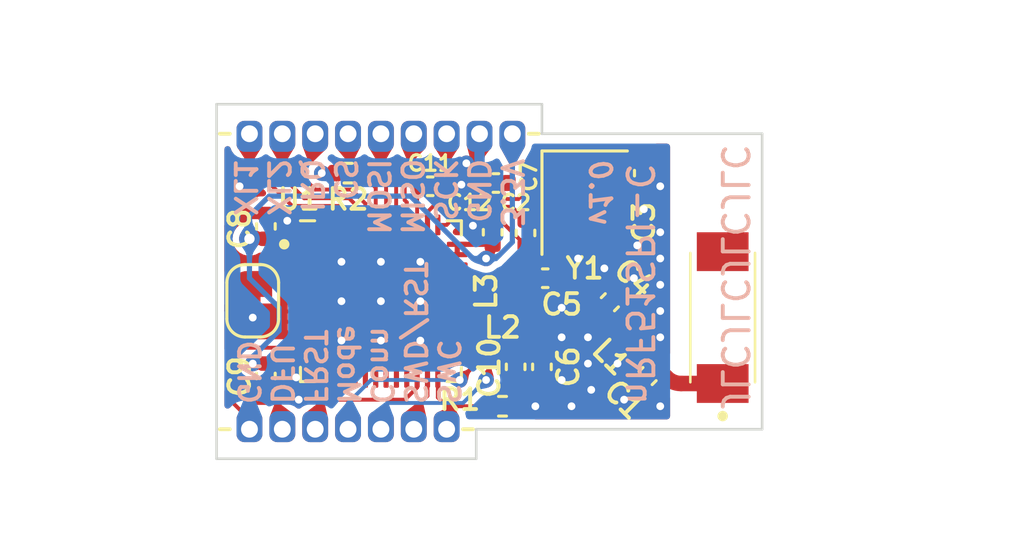
<source format=kicad_pcb>
(kicad_pcb (version 20221018) (generator pcbnew)
  (title_block (title "nRF51SPI-C") (rev "1.0"))
  (layers (0 "F.Cu" signal) (31 "B.Cu" signal) (34 "B.Paste" user) (35 "F.Paste" user) (36 "B.SilkS" user "B.Silkscreen") (37 "F.SilkS" user "F.Silkscreen") (38 "B.Mask" user) (39 "F.Mask" user) (44 "Edge.Cuts" user))
  (net 0 "")
  (net 1 "Net-(AE1-A)")
  (net 2 "Net-(U1-XC2)")
  (net 3 "GND")
  (net 4 "Net-(U1-XC1)")
  (net 5 "XL1")
  (net 6 "XL2")
  (net 7 "Net-(U1-DEC1)")
  (net 8 "Net-(U1-DEC2)")
  (net 9 "VDD")
  (net 10 "VDD_PA")
  (net 11 "Net-(U1-ANT1)")
  (net 12 "SCK")
  (net 13 "MISO")
  (net 14 "MOSI")
  (net 15 "CS")
  (net 16 "IRQ")
  (net 17 "DFU")
  (net 18 "SWDCLK")
  (net 19 "SWDIO{slash}~{RST}")
  (net 20 "Net-(U1-ANT2)")
  (net 21 "Net-(SB1-A)")
  (net 22 "FactoryRst")
  (net 23 "Mode")
  (net 24 "Connected")
  (net 45 "Net-(C4-Pad2)")
  (footprint "Inductor_SMD:L_0402_1005Metric" (layer "F.Cu") (at 149.250568 90.362167 135)
    (fp_text reference "L1" (at -0.025643 -0.959827 135) (layer "F.SilkS") (effects (font (size 0.8 0.8))))
    (fp_text value "3.3nH")
    (pad "1" smd roundrect (at -0.485 0 135) (size 0.59 0.64) (layers "F.Cu" "F.Paste" "F.Mask") (net 1 "Net-(AE1-A)"))
    (pad "2" smd roundrect (at 0.485 0 135) (size 0.59 0.64) (layers "F.Cu" "F.Paste" "F.Mask") (net 45 "Net-(C4-Pad2)"))
  )
  (footprint "Capacitor_SMD:C_0402_1005Metric" (layer "F.Cu") (at 144.018 86.233 90)
    (fp_text reference "C12" (at 1.143 -0.889 180) (layer "F.SilkS") (effects (font (size 0.6 0.6) (thickness 0.125) bold)))
    (fp_text value "1nF")
    (fp_line (start -0.107836 -0.36) (end 0.107836 -0.36) (stroke (width 0.12)) (layer "F.SilkS"))
    (fp_line (start -0.107836 0.36) (end 0.107836 0.36) (stroke (width 0.12)) (layer "F.SilkS"))
    (pad "1" smd roundrect (at -0.48 0 90) (size 0.56 0.62) (layers "F.Cu" "F.Paste" "F.Mask") (net 9 "VDD"))
    (pad "2" smd roundrect (at 0.48 0 90) (size 0.56 0.62) (layers "F.Cu" "F.Paste" "F.Mask") (net 3 "GND"))
  )
  (footprint "Capacitor_SMD:C_0402_1005Metric" (layer "F.Cu") (at 135.255 86.007 -90)
    (fp_text reference "C8" (at 0.099 1.016 90) (layer "F.SilkS") (effects (font (size 0.8 0.8))))
    (fp_text value "100nF")
    (fp_line (start -0.107836 -0.36) (end 0.107836 -0.36) (stroke (width 0.12)) (layer "F.SilkS"))
    (fp_line (start -0.107836 0.36) (end 0.107836 0.36) (stroke (width 0.12)) (layer "F.SilkS"))
    (pad "1" smd roundrect (at -0.48 0 270) (size 0.56 0.62) (layers "F.Cu" "F.Paste" "F.Mask") (net 3 "GND"))
    (pad "2" smd roundrect (at 0.48 0 270) (size 0.56 0.62) (layers "F.Cu" "F.Paste" "F.Mask") (net 9 "VDD"))
  )
  (footprint "Capacitor_SMD:C_0402_1005Metric" (layer "F.Cu") (at 135.255 91.793 90)
    (fp_text reference "C9" (at -0.028 -1.016 90) (layer "F.SilkS") (effects (font (size 0.8 0.8))))
    (fp_text value "100nF")
    (fp_line (start -0.107836 -0.36) (end 0.107836 -0.36) (stroke (width 0.12)) (layer "F.SilkS"))
    (fp_line (start -0.107836 0.36) (end 0.107836 0.36) (stroke (width 0.12)) (layer "F.SilkS"))
    (pad "1" smd roundrect (at -0.48 0 90) (size 0.56 0.62) (layers "F.Cu" "F.Paste" "F.Mask") (net 3 "GND"))
    (pad "2" smd roundrect (at 0.48 0 90) (size 0.56 0.62) (layers "F.Cu" "F.Paste" "F.Mask") (net 9 "VDD"))
  )
  (footprint "Resistor_SMD:R_0402_1005Metric" (layer "F.Cu") (at 144.399 92.964)
    (fp_text reference "R1" (at -1.651 -0.254) (layer "F.SilkS") (effects (font (size 0.8 0.8))))
    (fp_text value "1k")
    (fp_line (start -0.153641 -0.38) (end 0.153641 -0.38) (stroke (width 0.12)) (layer "F.SilkS"))
    (fp_line (start -0.153641 0.38) (end 0.153641 0.38) (stroke (width 0.12)) (layer "F.SilkS"))
    (pad "1" smd roundrect (at -0.51 0) (size 0.54 0.64) (layers "F.Cu" "F.Paste" "F.Mask") (net 18 "SWDCLK"))
    (pad "2" smd roundrect (at 0.51 0) (size 0.54 0.64) (layers "F.Cu" "F.Paste" "F.Mask") (net 3 "GND"))
  )
  (footprint "Jumper:SolderJumper-2_P1.3mm_Bridged_RoundedPad1.0x1.5mm" (layer "F.Cu") (at 134.747 88.885 -90)
    (fp_text reference "SB1" hide)
    (fp_text value "SolderJumper_2_Bridged")
    (fp_poly (pts (xy 0.25 -0.3) (xy -0.25 -0.3) (xy -0.25 0.3) (xy 0.25 0.3)) (fill solid) (layer "F.Cu"))
    (fp_line (start -1.4 0.3) (end -1.4 -0.3) (stroke (width 0.12)) (layer "F.SilkS"))
    (fp_line (start -0.7 -1) (end 0.7 -1) (stroke (width 0.12)) (layer "F.SilkS"))
    (fp_line (start 0.7 1) (end -0.7 1) (stroke (width 0.12)) (layer "F.SilkS"))
    (fp_line (start 1.4 -0.3) (end 1.4 0.3) (stroke (width 0.12)) (layer "F.SilkS"))
    (fp_arc (start -1.4 -0.3) (mid -1.194975 -0.794975) (end -0.7 -1) (stroke (width 0.12)) (layer "F.SilkS"))
    (fp_arc (start -0.7 1) (mid -1.194975 0.794975) (end -1.4 0.3) (stroke (width 0.12)) (layer "F.SilkS"))
    (fp_arc (start 0.7 -1) (mid 1.194975 -0.794975) (end 1.4 -0.3) (stroke (width 0.12)) (layer "F.SilkS"))
    (fp_arc (start 1.4 0.3) (mid 1.194975 0.794975) (end 0.7 1) (stroke (width 0.12)) (layer "F.SilkS"))
    (pad "1" smd custom (at -0.65 0 270) (size 1 0.5) (layers "F.Cu" "F.Mask") (net 21 "Net-(SB1-A)") (options (clearance outline) (anchor rect)) (primitives (gr_circle (center 0 0.25) (end 0.5 0.25) (width 0) (fill yes)) (gr_circle (center 0 -0.25) (end 0.5 -0.25) (width 0) (fill yes)) (gr_poly (pts (xy 0.5 0.75) (xy 0 0.75) (xy 0 -0.75) (xy 0.5 -0.75)) (width 0) (fill yes))))
    (pad "2" smd custom (at 0.65 0 270) (size 1 0.5) (layers "F.Cu" "F.Mask") (net 3 "GND") (options (clearance outline) (anchor rect)) (primitives (gr_circle (center 0 0.25) (end 0.5 0.25) (width 0) (fill yes)) (gr_circle (center 0 -0.25) (end 0.5 -0.25) (width 0) (fill yes)) (gr_poly (pts (xy 0 0.75) (xy -0.5 0.75) (xy -0.5 -0.75) (xy 0 -0.75)) (width 0) (fill yes))))
  )
  (footprint "nrf51_module:castellated_holes_1.27mm" (layer "F.Cu") (at 140.97 93.853 90)
    (fp_text reference "J11" hide)
    (fp_text value "Conn_01x01_Socket" hide)
    (pad "1" thru_hole roundrect (at 0 0 90) (size 1.2 1) (drill 0.65 (offset 0.1 0)) (layers "*.Cu" "*.Mask") (roundrect_rratio 0.3) (net 19 "SWDIO{slash}~{RST}"))
  )
  (footprint "nrf51_module:castellated_holes_1.27mm" (layer "F.Cu") (at 138.43 93.853 90)
    (fp_text reference "J13" hide)
    (fp_text value "Conn_01x01_Socket" hide)
    (pad "1" thru_hole roundrect (at 0 0 90) (size 1.2 1) (drill 0.65 (offset 0.1 0)) (layers "*.Cu" "*.Mask") (roundrect_rratio 0.3) (net 23 "Mode"))
  )
  (footprint "nrf51_module:castellated_holes_1.27mm" (layer "F.Cu") (at 142.24 82.423 -90)
    (fp_text reference "J4" hide)
    (fp_text value "Conn_01x01_Socket" hide)
    (pad "1" thru_hole roundrect (at 0 0 270) (size 1.2 1) (drill 0.65 (offset 0.1 0)) (layers "*.Cu" "*.Mask") (roundrect_rratio 0.3) (net 12 "SCK"))
  )
  (footprint "nrf51_module:AN2051-245" (layer "F.Cu") (at 152.908 89.535)
    (fp_text reference "AE1" hide)
    (fp_text value "Antenna")
    (fp_line (start -1.25 -2.5) (end -1.25 2.5) (stroke (width 0.1)) (layer "F.SilkS"))
    (fp_line (start 1.25 -2.5) (end 1.25 2.5) (stroke (width 0.1)) (layer "F.SilkS"))
    (pad "1" smd rect (at 0 2.55) (size 2 1.5) (layers "F.Cu" "F.Paste" "F.Mask") (net 1 "Net-(AE1-A)"))
    (pad "2" smd rect (at 0 -2.55) (size 2 1.5) (layers "F.Cu" "F.Paste" "F.Mask"))
  )
  (footprint "Capacitor_SMD:C_0402_1005Metric" (layer "F.Cu") (at 145.288 86.261 90)
    (fp_text reference "C2" (at 1.171 -0.381 180) (layer "F.SilkS") (effects (font (size 0.6 0.6) (thickness 0.125) bold)))
    (fp_text value "12pF")
    (fp_line (start -0.107836 -0.36) (end 0.107836 -0.36) (stroke (width 0.12)) (layer "F.SilkS"))
    (fp_line (start -0.107836 0.36) (end 0.107836 0.36) (stroke (width 0.12)) (layer "F.SilkS"))
    (pad "1" smd roundrect (at -0.48 0 90) (size 0.56 0.62) (layers "F.Cu" "F.Paste" "F.Mask") (net 3 "GND"))
    (pad "2" smd roundrect (at 0.48 0 90) (size 0.56 0.62) (layers "F.Cu" "F.Paste" "F.Mask") (net 4 "Net-(U1-XC1)"))
  )
  (footprint "nrf51_module:castellated_holes_1.27mm" (layer "F.Cu") (at 143.51 82.423 -90)
    (fp_text reference "J1" hide)
    (fp_text value "Conn_01x01_Socket" hide)
    (pad "1" thru_hole roundrect (at 0 0 270) (size 1.2 1) (drill 0.65 (offset 0.1 0)) (layers "*.Cu" "*.Mask") (roundrect_rratio 0.3) (net 3 "GND"))
  )
  (footprint "Inductor_SMD:L_0402_1005Metric" (layer "F.Cu") (at 145.542 89.535 -90)
    (fp_text reference "L2" (at 0.381 1.143 -180) (layer "F.SilkS") (effects (font (size 0.8 0.8))))
    (fp_text value "27nH")
    (pad "1" smd roundrect (at -0.485 0 270) (size 0.59 0.64) (layers "F.Cu" "F.Paste" "F.Mask") (net 11 "Net-(U1-ANT1)"))
    (pad "2" smd roundrect (at 0.485 0 270) (size 0.59 0.64) (layers "F.Cu" "F.Paste" "F.Mask") (net 10 "VDD_PA"))
  )
  (footprint "Capacitor_SMD:C_0402_1005Metric" (layer "F.Cu") (at 141.605 84.455 180)
    (fp_text reference "C11" (at 0 0.889) (layer "F.SilkS") (effects (font (size 0.6 0.6) (thickness 0.125) bold)))
    (fp_text value "100nF")
    (fp_line (start -0.107836 -0.36) (end 0.107836 -0.36) (stroke (width 0.12)) (layer "F.SilkS"))
    (fp_line (start -0.107836 0.36) (end 0.107836 0.36) (stroke (width 0.12)) (layer "F.SilkS"))
    (pad "1" smd roundrect (at -0.48 0 180) (size 0.56 0.62) (layers "F.Cu" "F.Paste" "F.Mask") (net 3 "GND"))
    (pad "2" smd roundrect (at 0.48 0 180) (size 0.56 0.62) (layers "F.Cu" "F.Paste" "F.Mask") (net 7 "Net-(U1-DEC1)"))
  )
  (footprint "Crystal:Crystal_SMD_3225-4Pin_3.2x2.5mm" (layer "F.Cu") (at 147.574 85.09 -90)
    (fp_text reference "Y1" (at 2.54 0 -180) (layer "F.SilkS") (effects (font (size 0.8 0.8))))
    (fp_text value "16MHz")
    (fp_line (start -2 -1.65) (end -2 1.65) (stroke (width 0.12)) (layer "F.SilkS"))
    (fp_line (start -2 1.65) (end 2 1.65) (stroke (width 0.12)) (layer "F.SilkS"))
    (pad "1" smd rect (at -1.1 0.85 270) (size 1.4 1.2) (layers "F.Cu" "F.Paste" "F.Mask") (net 2 "Net-(U1-XC2)"))
    (pad "2" smd rect (at 1.1 0.85 270) (size 1.4 1.2) (layers "F.Cu" "F.Paste" "F.Mask") (net 3 "GND"))
    (pad "3" smd rect (at 1.1 -0.85 270) (size 1.4 1.2) (layers "F.Cu" "F.Paste" "F.Mask") (net 4 "Net-(U1-XC1)"))
    (pad "4" smd rect (at -1.1 -0.85 270) (size 1.4 1.2) (layers "F.Cu" "F.Paste" "F.Mask") (net 3 "GND"))
  )
  (footprint "Capacitor_SMD:C_0402_1005Metric" (layer "F.Cu") (at 144.145 84.328)
    (fp_text reference "C7" (at 1.27 -0.254 -90) (layer "F.SilkS") (effects (font (size 0.6 0.6) (thickness 0.125) bold)))
    (fp_text value "1uF")
    (fp_line (start -0.107836 -0.36) (end 0.107836 -0.36) (stroke (width 0.12)) (layer "F.SilkS"))
    (fp_line (start -0.107836 0.36) (end 0.107836 0.36) (stroke (width 0.12)) (layer "F.SilkS"))
    (pad "1" smd roundrect (at -0.48 0) (size 0.56 0.62) (layers "F.Cu" "F.Paste" "F.Mask") (net 3 "GND"))
    (pad "2" smd roundrect (at 0.48 0) (size 0.56 0.62) (layers "F.Cu" "F.Paste" "F.Mask") (net 9 "VDD"))
  )
  (footprint "Resistor_SMD:R_0402_1005Metric" (layer "F.Cu") (at 138.43 83.947)
    (fp_text reference "R2" (at 0 1.016) (layer "F.SilkS") (effects (font (size 0.8 0.8))))
    (fp_text value "10k")
    (fp_line (start -0.153641 -0.38) (end 0.153641 -0.38) (stroke (width 0.12)) (layer "F.SilkS"))
    (fp_line (start -0.153641 0.38) (end 0.153641 0.38) (stroke (width 0.12)) (layer "F.SilkS"))
    (pad "1" smd roundrect (at -0.51 0) (size 0.54 0.64) (layers "F.Cu" "F.Paste" "F.Mask") (net 9 "VDD"))
    (pad "2" smd roundrect (at 0.51 0) (size 0.54 0.64) (layers "F.Cu" "F.Paste" "F.Mask") (net 15 "CS"))
  )
  (footprint "nrf51_module:castellated_holes_1.27mm" (layer "F.Cu") (at 137.16 82.423 -90)
    (fp_text reference "J8" hide)
    (fp_text value "Conn_01x01_Socket" hide)
    (pad "1" thru_hole roundrect (at 0 0 270) (size 1.2 1) (drill 0.65 (offset 0.1 0)) (layers "*.Cu" "*.Mask") (roundrect_rratio 0.3) (net 16 "IRQ"))
  )
  (footprint "nrf51_module:castellated_holes_1.27mm" (layer "F.Cu") (at 139.7 93.853 90)
    (fp_text reference "J12" hide)
    (fp_text value "Conn_01x01_Socket" hide)
    (pad "1" thru_hole roundrect (at 0 0 90) (size 1.2 1) (drill 0.65 (offset 0.1 0)) (layers "*.Cu" "*.Mask") (roundrect_rratio 0.3) (net 24 "Connected"))
  )
  (footprint "nrf51_module:castellated_holes_1.27mm" (layer "F.Cu") (at 137.16 93.853 90)
    (fp_text reference "J14" hide)
    (fp_text value "Conn_01x01_Socket" hide)
    (pad "1" thru_hole roundrect (at 0 0 90) (size 1.2 1) (drill 0.65 (offset 0.1 0)) (layers "*.Cu" "*.Mask") (roundrect_rratio 0.3) (net 22 "FactoryRst"))
  )
  (footprint "Inductor_SMD:L_0402_1005Metric" (layer "F.Cu") (at 144.526 88.519 -90)
    (fp_text reference "L3" (at 0 0.762 90) (layer "F.SilkS") (effects (font (size 0.8 0.8))))
    (fp_text value "4.7nH")
    (pad "1" smd roundrect (at -0.485 0 270) (size 0.59 0.64) (layers "F.Cu" "F.Paste" "F.Mask") (net 20 "Net-(U1-ANT2)"))
    (pad "2" smd roundrect (at 0.485 0 270) (size 0.59 0.64) (layers "F.Cu" "F.Paste" "F.Mask") (net 11 "Net-(U1-ANT1)"))
  )
  (footprint "nrf51_module:castellated_holes_1.27mm" (layer "F.Cu") (at 139.7 82.423 -90)
    (fp_text reference "J6" hide)
    (fp_text value "Conn_01x01_Socket" hide)
    (pad "1" thru_hole roundrect (at 0 0 270) (size 1.2 1) (drill 0.65 (offset 0.1 0)) (layers "*.Cu" "*.Mask") (roundrect_rratio 0.3) (net 14 "MOSI"))
  )
  (footprint "nrf51_module:castellated_holes_1.27mm" (layer "F.Cu") (at 144.78 82.423 -90)
    (fp_text reference "J3" hide)
    (fp_text value "Conn_01x01_Socket" hide)
    (pad "1" thru_hole roundrect (at 0 0 270) (size 1.2 1) (drill 0.65 (offset 0.1 0)) (layers "*.Cu" "*.Mask") (roundrect_rratio 0.3) (net 9 "VDD"))
  )
  (footprint "Capacitor_SMD:C_0402_1005Metric" (layer "F.Cu") (at 145.923 91.44 90)
    (fp_text reference "C6" (at 0 1.016 90) (layer "F.SilkS") (effects (font (size 0.8 0.8))))
    (fp_text value "2.2nF")
    (fp_line (start -0.107836 -0.36) (end 0.107836 -0.36) (stroke (width 0.12)) (layer "F.SilkS"))
    (fp_line (start -0.107836 0.36) (end 0.107836 0.36) (stroke (width 0.12)) (layer "F.SilkS"))
    (pad "1" smd roundrect (at -0.48 0 90) (size 0.56 0.62) (layers "F.Cu" "F.Paste" "F.Mask") (net 3 "GND"))
    (pad "2" smd roundrect (at 0.48 0 90) (size 0.56 0.62) (layers "F.Cu" "F.Paste" "F.Mask") (net 10 "VDD_PA"))
  )
  (footprint "nrf51_module:castellated_holes_1.27mm" (layer "F.Cu") (at 140.97 82.423 -90)
    (fp_text reference "J5" hide)
    (fp_text value "Conn_01x01_Socket" hide)
    (pad "1" thru_hole roundrect (at 0 0 270) (size 1.2 1) (drill 0.65 (offset 0.1 0)) (layers "*.Cu" "*.Mask") (roundrect_rratio 0.3) (net 13 "MISO"))
  )
  (footprint "Capacitor_SMD:C_0402_1005Metric" (layer "F.Cu") (at 146.05 88.011 180)
    (fp_text reference "C5" (at -0.635 -1.016) (layer "F.SilkS") (effects (font (size 0.8 0.8))))
    (fp_text value "3.9pF")
    (fp_line (start -0.107836 -0.36) (end 0.107836 -0.36) (stroke (width 0.12)) (layer "F.SilkS"))
    (fp_line (start -0.107836 0.36) (end 0.107836 0.36) (stroke (width 0.12)) (layer "F.SilkS"))
    (pad "1" smd roundrect (at -0.48 0 180) (size 0.56 0.62) (layers "F.Cu" "F.Paste" "F.Mask") (net 45 "Net-(C4-Pad2)"))
    (pad "2" smd roundrect (at 0.48 0 180) (size 0.56 0.62) (layers "F.Cu" "F.Paste" "F.Mask") (net 20 "Net-(U1-ANT2)"))
  )
  (footprint "nrf51_module:castellated_holes_1.27mm" (layer "F.Cu") (at 135.89 93.853 90)
    (fp_text reference "J15" hide)
    (fp_text value "Conn_01x01_Socket" hide)
    (pad "1" thru_hole roundrect (at 0 0 90) (size 1.2 1) (drill 0.65 (offset 0.1 0)) (layers "*.Cu" "*.Mask") (roundrect_rratio 0.3) (net 17 "DFU"))
  )
  (footprint "nrf51_module:castellated_holes_1.27mm" (layer "F.Cu") (at 135.89 82.423 -90)
    (fp_text reference "J9" hide)
    (fp_text value "Conn_01x01_Socket" hide)
    (pad "1" thru_hole roundrect (at 0 0 270) (size 1.2 1) (drill 0.65 (offset 0.1 0)) (layers "*.Cu" "*.Mask") (roundrect_rratio 0.3) (net 6 "XL2"))
  )
  (footprint "Capacitor_SMD:C_0402_1005Metric" (layer "F.Cu") (at 150.005051 91.795472 45)
    (fp_text reference "C1" (at -1.288051 0.005287 135) (layer "F.SilkS") (effects (font (size 0.8 0.8))))
    (fp_text value "1.5pF")
    (fp_line (start -0.107836 -0.36) (end 0.107836 -0.36) (stroke (width 0.12)) (layer "F.SilkS"))
    (fp_line (start -0.107836 0.36) (end 0.107836 0.36) (stroke (width 0.12)) (layer "F.SilkS"))
    (pad "1" smd roundrect (at -0.48 0 45) (size 0.56 0.62) (layers "F.Cu" "F.Paste" "F.Mask") (net 3 "GND"))
    (pad "2" smd roundrect (at 0.48 0 45) (size 0.56 0.62) (layers "F.Cu" "F.Paste" "F.Mask") (net 1 "Net-(AE1-A)"))
  )
  (footprint "Capacitor_SMD:C_0402_1005Metric" (layer "F.Cu") (at 149.86 83.947 -90)
    (fp_text reference "C3" (at 1.905 0 90) (layer "F.SilkS") (effects (font (size 0.8 0.8))))
    (fp_text value "12pF")
    (fp_line (start -0.107836 -0.36) (end 0.107836 -0.36) (stroke (width 0.12)) (layer "F.SilkS"))
    (fp_line (start -0.107836 0.36) (end 0.107836 0.36) (stroke (width 0.12)) (layer "F.SilkS"))
    (pad "1" smd roundrect (at -0.48 0 270) (size 0.56 0.62) (layers "F.Cu" "F.Paste" "F.Mask") (net 2 "Net-(U1-XC2)"))
    (pad "2" smd roundrect (at 0.48 0 270) (size 0.56 0.62) (layers "F.Cu" "F.Paste" "F.Mask") (net 3 "GND"))
  )
  (footprint "nrf51_module:castellated_holes_1.27mm" (layer "F.Cu") (at 142.24 93.853 90)
    (fp_text reference "J2" hide)
    (fp_text value "Conn_01x01_Socket" hide)
    (pad "1" thru_hole roundrect (at 0 0 90) (size 1.2 1) (drill 0.65 (offset 0.1 0)) (layers "*.Cu" "*.Mask") (roundrect_rratio 0.3) (net 18 "SWDCLK"))
  )
  (footprint "Capacitor_SMD:C_0402_1005Metric" (layer "F.Cu") (at 144.907 91.44 90)
    (fp_text reference "C10" (at -0.036885 -1.021169 90) (layer "F.SilkS") (effects (font (size 0.8 0.8))))
    (fp_text value "47nF")
    (fp_line (start -0.107836 -0.36) (end 0.107836 -0.36) (stroke (width 0.12)) (layer "F.SilkS"))
    (fp_line (start -0.107836 0.36) (end 0.107836 0.36) (stroke (width 0.12)) (layer "F.SilkS"))
    (pad "1" smd roundrect (at -0.48 0 90) (size 0.56 0.62) (layers "F.Cu" "F.Paste" "F.Mask") (net 3 "GND"))
    (pad "2" smd roundrect (at 0.48 0 90) (size 0.56 0.62) (layers "F.Cu" "F.Paste" "F.Mask") (net 8 "Net-(U1-DEC2)"))
  )
  (footprint "nrf51_module:castellated_holes_1.27mm" (layer "F.Cu") (at 138.43 82.423 -90)
    (fp_text reference "J7" hide)
    (fp_text value "Conn_01x01_Socket" hide)
    (pad "1" thru_hole roundrect (at 0 0 270) (size 1.2 1) (drill 0.65 (offset 0.1 0)) (layers "*.Cu" "*.Mask") (roundrect_rratio 0.3) (net 15 "CS"))
  )
  (footprint "nrf51_module:castellated_holes_1.27mm" (layer "F.Cu") (at 134.62 93.853 90)
    (fp_text reference "J16" hide)
    (fp_text value "Conn_01x01_Socket" hide)
    (pad "1" thru_hole roundrect (at 0 0 90) (size 1.2 1) (drill 0.65 (offset 0.1 0)) (layers "*.Cu" "*.Mask") (roundrect_rratio 0.3) (net 3 "GND"))
  )
  (footprint "Capacitor_SMD:C_0402_1005Metric" (layer "F.Cu") (at 148.548411 88.941589 -135)
    (fp_text reference "C4" (at -1.316052 0 -225) (layer "F.SilkS") (effects (font (size 0.8 0.8))))
    (fp_text value "1.0pF")
    (fp_line (start -0.107836 -0.36) (end 0.107836 -0.36) (stroke (width 0.12)) (layer "F.SilkS"))
    (fp_line (start -0.107836 0.36) (end 0.107836 0.36) (stroke (width 0.12)) (layer "F.SilkS"))
    (pad "1" smd roundrect (at -0.48 0 225) (size 0.56 0.62) (layers "F.Cu" "F.Paste" "F.Mask") (net 3 "GND"))
    (pad "2" smd roundrect (at 0.48 0 225) (size 0.56 0.62) (layers "F.Cu" "F.Paste" "F.Mask") (net 45 "Net-(C4-Pad2)"))
  )
  (footprint "Package_DFN_QFN:QFN-48-1EP_6x6mm_P0.4mm_EP4.6x4.6mm" (layer "F.Cu") (at 139.7 88.9)
    (fp_text reference "U1" (at -3.175 -3.937) (layer "F.SilkS") (effects (font (size 0.8 0.8))))
    (fp_text value "nRF51x22-QFxx")
    (fp_line (start -3.11 3.11) (end -3.11 2.56) (stroke (width 0.12)) (layer "F.SilkS"))
    (fp_line (start -2.56 -3.11) (end -3.11 -3.11) (stroke (width 0.12)) (layer "F.SilkS"))
    (fp_line (start -2.56 3.11) (end -3.11 3.11) (stroke (width 0.12)) (layer "F.SilkS"))
    (fp_line (start 2.56 -3.11) (end 3.11 -3.11) (stroke (width 0.12)) (layer "F.SilkS"))
    (fp_line (start 2.56 3.11) (end 3.11 3.11) (stroke (width 0.12)) (layer "F.SilkS"))
    (fp_line (start 3.11 -3.11) (end 3.11 -2.56) (stroke (width 0.12)) (layer "F.SilkS"))
    (fp_line (start 3.11 3.11) (end 3.11 2.56) (stroke (width 0.12)) (layer "F.SilkS"))
    (pad "1" smd roundrect locked (at -2.95 -2.2) (size 0.8 0.2) (layers "F.Cu" "F.Paste" "F.Mask") (net 9 "VDD"))
    (pad "2" smd roundrect locked (at -2.95 -1.8) (size 0.8 0.2) (layers "F.Cu" "F.Paste" "F.Mask"))
    (pad "3" smd roundrect locked (at -2.95 -1.4) (size 0.8 0.2) (layers "F.Cu" "F.Paste" "F.Mask") (net 21 "Net-(SB1-A)"))
    (pad "4" smd roundrect locked (at -2.95 -1) (size 0.8 0.2) (layers "F.Cu" "F.Paste" "F.Mask"))
    (pad "5" smd roundrect locked (at -2.95 -0.6) (size 0.8 0.2) (layers "F.Cu" "F.Paste" "F.Mask"))
    (pad "6" smd roundrect locked (at -2.95 -0.2) (size 0.8 0.2) (layers "F.Cu" "F.Paste" "F.Mask"))
    (pad "7" smd roundrect locked (at -2.95 0.2) (size 0.8 0.2) (layers "F.Cu" "F.Paste" "F.Mask"))
    (pad "8" smd roundrect locked (at -2.95 0.6) (size 0.8 0.2) (layers "F.Cu" "F.Paste" "F.Mask"))
    (pad "9" smd roundrect locked (at -2.95 1) (size 0.8 0.2) (layers "F.Cu" "F.Paste" "F.Mask"))
    (pad "10" smd roundrect locked (at -2.95 1.4) (size 0.8 0.2) (layers "F.Cu" "F.Paste" "F.Mask"))
    (pad "11" smd roundrect locked (at -2.95 1.8) (size 0.8 0.2) (layers "F.Cu" "F.Paste" "F.Mask") (net 17 "DFU"))
    (pad "12" smd roundrect locked (at -2.95 2.2) (size 0.8 0.2) (layers "F.Cu" "F.Paste" "F.Mask") (net 9 "VDD"))
    (pad "13" smd roundrect locked (at -2.2 2.95) (size 0.2 0.8) (layers "F.Cu" "F.Paste" "F.Mask") (net 3 "GND"))
    (pad "14" smd roundrect locked (at -1.8 2.95) (size 0.2 0.8) (layers "F.Cu" "F.Paste" "F.Mask"))
    (pad "15" smd roundrect locked (at -1.4 2.95) (size 0.2 0.8) (layers "F.Cu" "F.Paste" "F.Mask"))
    (pad "16" smd roundrect locked (at -1 2.95) (size 0.2 0.8) (layers "F.Cu" "F.Paste" "F.Mask"))
    (pad "17" smd roundrect locked (at -0.6 2.95) (size 0.2 0.8) (layers "F.Cu" "F.Paste" "F.Mask"))
    (pad "18" smd roundrect locked (at -0.2 2.95) (size 0.2 0.8) (layers "F.Cu" "F.Paste" "F.Mask"))
    (pad "19" smd roundrect locked (at 0.2 2.95) (size 0.2 0.8) (layers "F.Cu" "F.Paste" "F.Mask"))
    (pad "20" smd roundrect locked (at 0.6 2.95) (size 0.2 0.8) (layers "F.Cu" "F.Paste" "F.Mask"))
    (pad "21" smd roundrect locked (at 1 2.95) (size 0.2 0.8) (layers "F.Cu" "F.Paste" "F.Mask"))
    (pad "22" smd roundrect locked (at 1.4 2.95) (size 0.2 0.8) (layers "F.Cu" "F.Paste" "F.Mask") (net 22 "FactoryRst"))
    (pad "23" smd roundrect locked (at 1.8 2.95) (size 0.2 0.8) (layers "F.Cu" "F.Paste" "F.Mask") (net 19 "SWDIO{slash}~{RST}"))
    (pad "24" smd roundrect locked (at 2.2 2.95) (size 0.2 0.8) (layers "F.Cu" "F.Paste" "F.Mask") (net 18 "SWDCLK"))
    (pad "25" smd roundrect locked (at 2.95 2.2) (size 0.8 0.2) (layers "F.Cu" "F.Paste" "F.Mask"))
    (pad "26" smd roundrect locked (at 2.95 1.8) (size 0.8 0.2) (layers "F.Cu" "F.Paste" "F.Mask") (net 23 "Mode"))
    (pad "27" smd roundrect locked (at 2.95 1.4) (size 0.8 0.2) (layers "F.Cu" "F.Paste" "F.Mask") (net 24 "Connected"))
    (pad "28" smd roundrect locked (at 2.95 1) (size 0.8 0.2) (layers "F.Cu" "F.Paste" "F.Mask"))
    (pad "29" smd roundrect locked (at 2.95 0.6) (size 0.8 0.2) (layers "F.Cu" "F.Paste" "F.Mask") (net 8 "Net-(U1-DEC2)"))
    (pad "30" smd roundrect locked (at 2.95 0.2) (size 0.8 0.2) (layers "F.Cu" "F.Paste" "F.Mask") (net 10 "VDD_PA"))
    (pad "31" smd roundrect locked (at 2.95 -0.2) (size 0.8 0.2) (layers "F.Cu" "F.Paste" "F.Mask") (net 11 "Net-(U1-ANT1)"))
    (pad "32" smd roundrect locked (at 2.95 -0.6) (size 0.8 0.2) (layers "F.Cu" "F.Paste" "F.Mask") (net 20 "Net-(U1-ANT2)"))
    (pad "33" smd roundrect locked (at 2.95 -1) (size 0.8 0.2) (layers "F.Cu" "F.Paste" "F.Mask") (net 3 "GND"))
    (pad "34" smd roundrect locked (at 2.95 -1.4) (size 0.8 0.2) (layers "F.Cu" "F.Paste" "F.Mask") (net 3 "GND"))
    (pad "35" smd roundrect locked (at 2.95 -1.8) (size 0.8 0.2) (layers "F.Cu" "F.Paste" "F.Mask") (net 9 "VDD"))
    (pad "36" smd roundrect locked (at 2.95 -2.2) (size 0.8 0.2) (layers "F.Cu" "F.Paste" "F.Mask") (net 9 "VDD"))
    (pad "37" smd roundrect locked (at 2.2 -2.95) (size 0.2 0.8) (layers "F.Cu" "F.Paste" "F.Mask") (net 4 "Net-(U1-XC1)"))
    (pad "38" smd roundrect locked (at 1.8 -2.95) (size 0.2 0.8) (layers "F.Cu" "F.Paste" "F.Mask") (net 2 "Net-(U1-XC2)"))
    (pad "39" smd roundrect locked (at 1.4 -2.95) (size 0.2 0.8) (layers "F.Cu" "F.Paste" "F.Mask") (net 7 "Net-(U1-DEC1)"))
    (pad "40" smd roundrect locked (at 1 -2.95) (size 0.2 0.8) (layers "F.Cu" "F.Paste" "F.Mask") (net 12 "SCK"))
    (pad "41" smd roundrect locked (at 0.6 -2.95) (size 0.2 0.8) (layers "F.Cu" "F.Paste" "F.Mask") (net 13 "MISO"))
    (pad "42" smd roundrect locked (at 0.2 -2.95) (size 0.2 0.8) (layers "F.Cu" "F.Paste" "F.Mask") (net 14 "MOSI"))
    (pad "43" smd roundrect locked (at -0.2 -2.95) (size 0.2 0.8) (layers "F.Cu" "F.Paste" "F.Mask") (net 15 "CS"))
    (pad "44" smd roundrect locked (at -0.6 -2.95) (size 0.2 0.8) (layers "F.Cu" "F.Paste" "F.Mask") (net 16 "IRQ"))
    (pad "45" smd roundrect locked (at -1 -2.95) (size 0.2 0.8) (layers "F.Cu" "F.Paste" "F.Mask") (net 6 "XL2"))
    (pad "46" smd roundrect locked (at -1.4 -2.95) (size 0.2 0.8) (layers "F.Cu" "F.Paste" "F.Mask") (net 5 "XL1"))
    (pad "47" smd roundrect locked (at -1.8 -2.95) (size 0.2 0.8) (layers "F.Cu" "F.Paste" "F.Mask"))
    (pad "48" smd roundrect locked (at -2.2 -2.95) (size 0.2 0.8) (layers "F.Cu" "F.Paste" "F.Mask"))
    (pad "49" smd rect locked (at 0 0) (size 4.6 4.6) (layers "F.Cu" "F.Mask") (net 3 "GND"))
  )
  (footprint "nrf51_module:castellated_holes_1.27mm" (layer "F.Cu") (at 134.62 82.423 -90)
    (fp_text reference "J10" hide)
    (fp_text value "Conn_01x01_Socket" hide)
    (pad "1" thru_hole roundrect (at 0 0 270) (size 1.2 1) (drill 0.65 (offset 0.1 0)) (layers "*.Cu" "*.Mask") (roundrect_rratio 0.3) (net 5 "XL1"))
  )
  (gr_line (start 145.796 82.423) (end 145.415 82.423) (stroke (width 0.15)) (layer "F.SilkS"))
  (gr_line (start 133.477 82.423) (end 133.858 82.423) (stroke (width 0.15)) (layer "F.SilkS"))
  (gr_circle (center 135.962607 86.69845) (end 136.089607 86.69845) (stroke (width 0.15)) (fill solid) (layer "F.SilkS"))
  (gr_line (start 133.477 93.853) (end 133.858 93.853) (stroke (width 0.15)) (layer "F.SilkS"))
  (gr_line (start 143.256 93.853) (end 142.875 93.853) (stroke (width 0.15)) (layer "F.SilkS"))
  (gr_circle (center 152.908 93.345) (end 153.035 93.345) (stroke (width 0.15)) (fill solid) (layer "F.SilkS"))
  (gr_line (start 133.35 81.28) (end 133.35 94.996) (stroke (width 0.1)) (layer "Edge.Cuts"))
  (gr_line (start 143.383 94.996) (end 133.35 94.996) (stroke (width 0.1)) (layer "Edge.Cuts"))
  (gr_line (start 145.923 82.423) (end 145.923 81.28) (stroke (width 0.1)) (layer "Edge.Cuts"))
  (gr_line (start 145.923 82.423) (end 154.432 82.423) (stroke (width 0.1)) (layer "Edge.Cuts"))
  (gr_line (start 154.432 82.423) (end 154.432 93.853) (stroke (width 0.1)) (layer "Edge.Cuts"))
  (gr_line (start 143.383 93.853) (end 154.432 93.853) (stroke (width 0.1)) (layer "Edge.Cuts"))
  (gr_line (start 143.383 93.853) (end 143.383 94.996) (stroke (width 0.1)) (layer "Edge.Cuts"))
  (gr_line (start 145.923 81.28) (end 133.35 81.28) (stroke (width 0.1)) (layer "Edge.Cuts"))
  (gr_text "SWC\nSWD/RST\nConn\nMode\nFRST\nDFU\nGND" (at 134.112 92.964 -90) (layer "B.SilkS") (effects (font (size 0.8 0.8)) (justify left bottom mirror)))
  (gr_text "3.3V\nGND\nSCK\nMISO\nMOSI\nCS\nIRQ\nXL2\nXL1" (at 133.985 83.312 270) (layer "B.SilkS") (effects (font (size 0.8 0.8)) (justify right bottom mirror)))
  (gr_text "JLCJLCJLCJLC" (at 152.781 93.218 -90) (layer "B.SilkS") (effects (font (size 1 1)) (justify left bottom mirror)))
  (gr_text "${TITLE}" (at 149.098 93.004095 -90) (layer "B.SilkS") (effects (font (size 1 1)) (justify left bottom mirror)))
  (gr_text "v${REVISION}" (at 147.701 86.106 270) (layer "B.SilkS") (effects (font (size 0.8 0.8) (thickness 0.15) italic) (justify left bottom mirror)))
  (segment (start 150.344462 91.456061) (end 150.739087 91.850686) (width 0.6) (layer "F.Cu") (net 1))
  (segment (start 151.304772 92.085) (end 152.908 92.085) (width 0.6) (layer "F.Cu") (net 1))
  (segment (start 149.593515 90.705114) (end 150.344462 91.456061) (width 0.4) (layer "F.Cu") (net 1))
  (arc (start 151.304772 92.085) (mid 150.998626 92.024104) (end 150.739087 91.850686) (width 0.6) (layer "F.Cu") (net 1))
  (segment (start 147.656 83.058) (end 149.451 83.058) (width 0.15) (layer "F.Cu") (net 2))
  (segment (start 141.5 85.449) (end 141.732 85.217) (width 0.15) (layer "F.Cu") (net 2))
  (segment (start 146.724 83.99) (end 147.656 83.058) (width 0.15) (layer "F.Cu") (net 2))
  (segment (start 149.451 83.058) (end 149.86 83.467) (width 0.15) (layer "F.Cu") (net 2))
  (segment (start 141.732 85.217) (end 142.367 85.217) (width 0.15) (layer "F.Cu") (net 2))
  (segment (start 145.974 83.99) (end 146.724 83.99) (width 0.15) (layer "F.Cu") (net 2))
  (segment (start 141.5 85.95) (end 141.5 85.449) (width 0.15) (layer "F.Cu") (net 2))
  (segment (start 142.367 85.217) (end 142.636 84.948) (width 0.15) (layer "F.Cu") (net 2))
  (segment (start 142.636 84.948) (end 145.016 84.948) (width 0.15) (layer "F.Cu") (net 2))
  (segment (start 145.016 84.948) (end 145.974 83.99) (width 0.15) (layer "F.Cu") (net 2))
  (segment (start 135.819 85.527) (end 135.255 85.527) (width 0.15) (layer "F.Cu") (net 3))
  (segment (start 136.0805 85.7885) (end 135.819 85.527) (width 0.15) (layer "F.Cu") (net 3))
  (segment (start 142.65 87.5) (end 141.348 87.5) (width 0.15) (layer "F.Cu") (net 3))
  (segment (start 136.623 91.85) (end 137.5 91.85) (width 0.2) (layer "F.Cu") (net 3))
  (segment (start 144.909 92.964) (end 145.669 92.964) (width 0.15) (layer "F.Cu") (net 3))
  (segment (start 138.176 90.424) (end 139.7 88.9) (width 0.15) (layer "F.Cu") (net 3))
  (segment (start 136.004 92.273) (end 135.255 92.273) (width 0.2) (layer "F.Cu") (net 3))
  (segment (start 133.731 89.789) (end 133.985 89.535) (width 0.15) (layer "F.Cu") (net 3))
  (segment (start 137.5 91.1) (end 138.176 90.424) (width 0.15) (layer "F.Cu") (net 3))
  (segment (start 140.7 87.9) (end 139.7 88.9) (width 0.15) (layer "F.Cu") (net 3))
  (segment (start 149.66564 92.14236) (end 149.098 92.71) (width 0.25) (layer "F.Cu") (net 3))
  (segment (start 144.907 91.92) (end 144.907 92.962) (width 0.15) (layer "F.Cu") (net 3))
  (segment (start 147.32 86.786) (end 146.724 86.19) (width 0.15) (layer "F.Cu") (net 3))
  (segment (start 144.3 85.753) (end 145.288 86.741) (width 0.15) (layer "F.Cu") (net 3))
  (segment (start 142.65 87.9) (end 141.748 87.9) (width 0.15) (layer "F.Cu") (net 3))
  (segment (start 148.887822 88.602178) (end 149.479 88.011) (width 0.25) (layer "F.Cu") (net 3))
  (segment (start 134.747 89.535) (end 133.985 89.535) (width 0.15) (layer "F.Cu") (net 3))
  (segment (start 142.085 84.455) (end 142.748 84.455) (width 0.25) (layer "F.Cu") (net 3))
  (segment (start 134.183 85.527) (end 135.255 85.527) (width 0.15) (layer "F.Cu") (net 3))
  (segment (start 145.288 86.741) (end 145.839 86.19) (width 0.15) (layer "F.Cu") (net 3))
  (segment (start 149.66564 92.134883) (end 149.66564 92.14236) (width 0.15) (layer "F.Cu") (net 3))
  (segment (start 145.839 86.19) (end 146.724 86.19) (width 0.15) (layer "F.Cu") (net 3))
  (segment (start 144.018 85.753) (end 144.3 85.753) (width 0.15) (layer "F.Cu") (net 3))
  (segment (start 141.224 87.376) (end 141.1 87.5) (width 0.15) (layer "F.Cu") (net 3))
  (segment (start 148.861 84.427) (end 148.424 83.99) (width 0.15) (layer "F.Cu") (net 3))
  (segment (start 143.482 85.753) (end 144.018 85.753) (width 0.15) (layer "F.Cu") (net 3))
  (segment (start 145.923 91.92) (end 146.657 91.92) (width 0.15) (layer "F.Cu") (net 3))
  (segment (start 142.875 84.328) (end 142.8115 84.3915) (width 0.4) (layer "F.Cu") (net 3))
  (segment (start 143.002 83.566) (end 143.256 83.566) (width 0.4) (layer "F.Cu") (net 3))
  (segment (start 143.51 83.312) (end 143.51 82.423) (width 0.4) (layer "F.Cu") (net 3))
  (segment (start 141.748 87.9) (end 141.224 87.376) (width 0.15) (layer "F.Cu") (net 3))
  (segment (start 142.875 84.328) (end 143.665 84.328) (width 0.25) (layer "F.Cu") (net 3))
  (segment (start 135.255 92.273) (end 135.184 92.273) (width 0.15) (layer "F.Cu") (net 3))
  (segment (start 133.985 89.535) (end 133.725 89.275) (width 0.15) (layer "F.Cu") (net 3))
  (segment (start 147.32 87.249) (end 147.32 86.786) (width 0.15) (layer "F.Cu") (net 3))
  (segment (start 143.256 85.979) (end 143.482 85.753) (width 0.15) (layer "F.Cu") (net 3))
  (segment (start 142.748 84.455) (end 142.8115 84.3915) (width 0.15) (layer "F.Cu") (net 3))
  (segment (start 136.427 91.85) (end 136.004 92.273) (width 0.2) (layer "F.Cu") (net 3))
  (segment (start 142.875 83.693) (end 142.875 84.328) (width 0.4) (layer "F.Cu") (net 3))
  (segment (start 134.62 93.853) (end 134.62 93.472) (width 0.15) (layer "F.Cu") (net 3))
  (segment (start 146.657 91.92) (end 146.685 91.948) (width 0.15) (layer "F.Cu") (net 3))
  (segment (start 143.002 83.566) (end 142.875 83.693) (width 0.4) (layer "F.Cu") (net 3))
  (segment (start 137.5 91.85) (end 137.5 91.1) (width 0.2) (layer "F.Cu") (net 3))
  (segment (start 143.256 83.566) (end 143.51 83.312) (width 0.4) (layer "F.Cu") (net 3))
  (segment (start 141.348 87.5) (end 141.224 87.376) (width 0.15) (layer "F.Cu") (net 3))
  (segment (start 133.725 89.275) (end 133.725 85.985) (width 0.15) (layer "F.Cu") (net 3))
  (segment (start 144.907 92.962) (end 144.909 92.964) (width 0.15) (layer "F.Cu") (net 3))
  (segment (start 136.427 91.85) (end 136.623 91.85) (width 0.15) (layer "F.Cu") (net 3))
  (segment (start 133.731 92.583) (end 133.731 89.789) (width 0.15) (layer "F.Cu") (net 3))
  (segment (start 144.907 91.92) (end 145.923 91.92) (width 0.15) (layer "F.Cu") (net 3))
  (segment (start 149.86 84.427) (end 148.861 84.427) (width 0.15) (layer "F.Cu") (net 3))
  (segment (start 143.51 82.423) (end 143.665 82.578) (width 0.15) (layer "F.Cu") (net 3))
  (segment (start 149.86 84.427) (end 149.86 85.344) (width 0.15) (layer "F.Cu") (net 3))
  (segment (start 141.1 87.5) (end 139.7 88.9) (width 0.15) (layer "F.Cu") (net 3))
  (segment (start 133.725 85.985) (end 134.183 85.527) (width 0.15) (layer "F.Cu") (net 3))
  (segment (start 134.62 93.472) (end 133.731 92.583) (width 0.15) (layer "F.Cu") (net 3))
  (via (at 148.844 91.313) (size 0.6) (drill 0.3) (layers "F.Cu" "B.Cu") (net 3))
  (via (at 136.427 91.85) (size 0.6) (drill 0.3) (layers "F.Cu" "B.Cu") (net 3))
  (via (at 149.606 86.741) (size 0.6) (drill 0.3) (layers "F.Cu" "B.Cu") (net 3))
  (via (at 139.7 88.9) (size 0.6) (drill 0.3) (layers "F.Cu" "B.Cu") (net 3))
  (via (at 150.495 87.249) (size 0.6) (drill 0.3) (layers "F.Cu" "B.Cu") (net 3))
  (via (at 139.7 87.376) (size 0.6) (drill 0.3) (layers "F.Cu" "B.Cu") (net 3))
  (via (at 134.747 89.535) (size 0.6) (drill 0.3) (layers "F.Cu" "B.Cu") (net 3))
  (via (at 136.525 92.71) (size 0.6) (drill 0.3) (layers "F.Cu" "B.Cu") (net 3))
  (via (at 147.828 92.329) (size 0.6) (drill 0.3) (layers "F.Cu" "B.Cu") (net 3))
  (via (at 148.336 87.63) (size 0.6) (drill 0.3) (layers "F.Cu" "B.Cu") (net 3))
  (via (at 143.002 83.566) (size 0.6) (drill 0.3) (layers "F.Cu" "B.Cu") (net 3))
  (via (at 150.495 90.297) (size 0.6) (drill 0.3) (layers "F.Cu" "B.Cu") (net 3))
  (via (at 149.098 92.71) (size 0.6) (drill 0.3) (layers "F.Cu" "B.Cu") (net 3))
  (via (at 150.495 86.233) (size 0.6) (drill 0.3) (layers "F.Cu" "B.Cu") (net 3))
  (via (at 147.066 92.964) (size 0.6) (drill 0.3) (layers "F.Cu" "B.Cu") (net 3))
  (via (at 147.701 91.313) (size 0.6) (drill 0.3) (layers "F.Cu" "B.Cu") (net 3))
  (via (at 147.701 90.297) (size 0.6) (drill 0.3) (layers "F.Cu" "B.Cu") (net 3))
  (via (at 142.8115 84.3915) (size 0.6) (drill 0.3) (layers "F.Cu" "B.Cu") (net 3))
  (via (at 138.176 90.424) (size 0.6) (drill 0.3) (layers "F.Cu" "B.Cu") (net 3))
  (via (at 150.495 84.455) (size 0.6) (drill 0.3) (layers "F.Cu" "B.Cu") (net 3))
  (via (at 150.495 89.281) (size 0.6) (drill 0.3) (layers "F.Cu" "B.Cu") (net 3))
  (via (at 145.669 92.964) (size 0.6) (drill 0.3) (layers "F.Cu" "B.Cu") (net 3))
  (via (at 138.176 87.376) (size 0.6) (drill 0.3) (layers "F.Cu" "B.Cu") (net 3))
  (via (at 139.7 90.424) (size 0.6) (drill 0.3) (layers "F.Cu" "B.Cu") (net 3))
  (via (at 138.176 88.9) (size 0.6) (drill 0.3) (layers "F.Cu" "B.Cu") (net 3))
  (via (at 146.685 91.948) (size 0.6) (drill 0.3) (layers "F.Cu" "B.Cu") (net 3))
  (via (at 136.0805 85.7885) (size 0.6) (drill 0.3) (layers "F.Cu" "B.Cu") (net 3))
  (via (at 134.239 84.455) (size 0.6) (drill 0.3) (layers "F.Cu" "B.Cu") (net 3))
  (via (at 147.32 87.249) (size 0.6) (drill 0.3) (layers "F.Cu" "B.Cu") (net 3))
  (via (at 150.495 92.964) (size 0.6) (drill 0.3) (layers "F.Cu" "B.Cu") (net 3))
  (via (at 149.479 88.011) (size 0.6) (drill 0.3) (layers "F.Cu" "B.Cu") (net 3))
  (via (at 150.495 88.265) (size 0.6) (drill 0.3) (layers "F.Cu" "B.Cu") (net 3))
  (via (at 149.86 85.344) (size 0.6) (drill 0.3) (layers "F.Cu" "B.Cu") (net 3))
  (via (at 146.685 90.297) (size 0.6) (drill 0.3) (layers "F.Cu" "B.Cu") (net 3))
  (via (at 143.256 85.979) (size 0.6) (drill 0.3) (layers "F.Cu" "B.Cu") (net 3))
  (via (at 141.224 90.424) (size 0.6) (drill 0.3) (layers "F.Cu" "B.Cu") (net 3))
  (via (at 141.224 87.376) (size 0.6) (drill 0.3) (layers "F.Cu" "B.Cu") (net 3))
  (via (at 146.685 89.154) (size 0.6) (drill 0.3) (layers "F.Cu" "B.Cu") (net 3))
  (via (at 141.224 88.9) (size 0.6) (drill 0.3) (layers "F.Cu" "B.Cu") (net 3))
  (segment (start 134.62 93.853) (end 134.62 92.583) (width 0.4) (layer "B.Cu") (net 3))
  (segment (start 142.93925 85.248) (end 142.23725 85.95) (width 0.15) (layer "F.Cu") (net 4))
  (segment (start 144.755 85.248) (end 142.93925 85.248) (width 0.15) (layer "F.Cu") (net 4))
  (segment (start 147.574 85.09) (end 145.979 85.09) (width 0.15) (layer "F.Cu") (net 4))
  (segment (start 142.23725 85.95) (end 141.9 85.95) (width 0.15) (layer "F.Cu") (net 4))
  (segment (start 145.979 85.09) (end 145.288 85.781) (width 0.15) (layer "F.Cu") (net 4))
  (segment (start 145.288 85.781) (end 144.755 85.248) (width 0.15) (layer "F.Cu") (net 4))
  (segment (start 148.424 85.94) (end 147.574 85.09) (width 0.15) (layer "F.Cu") (net 4))
  (segment (start 148.424 86.19) (end 148.424 85.94) (width 0.15) (layer "F.Cu") (net 4))
  (segment (start 138.3 85.95) (end 138.3 85.341) (width 0.15) (layer "F.Cu") (net 5))
  (segment (start 138.3 85.341) (end 138.176 85.217) (width 0.15) (layer "F.Cu") (net 5))
  (segment (start 136.271 85.217) (end 134.62 83.566) (width 0.15) (layer "F.Cu") (net 5))
  (segment (start 138.176 85.217) (end 136.271 85.217) (width 0.15) (layer "F.Cu") (net 5))
  (segment (start 134.62 83.566) (end 134.62 82.423) (width 0.15) (layer "F.Cu") (net 5))
  (segment (start 135.89 84.074) (end 135.89 82.423) (width 0.15) (layer "F.Cu") (net 6))
  (segment (start 138.7 85.95) (end 138.7 85.149264) (width 0.15) (layer "F.Cu") (net 6))
  (segment (start 136.733 84.917) (end 135.89 84.074) (width 0.15) (layer "F.Cu") (net 6))
  (segment (start 138.7 85.149264) (end 138.467736 84.917) (width 0.15) (layer "F.Cu") (net 6))
  (segment (start 138.467736 84.917) (end 136.733 84.917) (width 0.15) (layer "F.Cu") (net 6))
  (segment (start 141.1 85.95) (end 141.1 84.48) (width 0.15) (layer "F.Cu") (net 7))
  (segment (start 141.1 84.48) (end 141.125 84.455) (width 0.15) (layer "F.Cu") (net 7))
  (segment (start 142.65 89.5) (end 143.348 89.5) (width 0.15) (layer "F.Cu") (net 8))
  (segment (start 143.348 89.5) (end 144.808 90.96) (width 0.15) (layer "F.Cu") (net 8))
  (segment (start 144.808 90.96) (end 144.907 90.96) (width 0.15) (layer "F.Cu") (net 8))
  (segment (start 143.764 87.249) (end 144.018 86.995) (width 0.2) (layer "F.Cu") (net 9))
  (segment (start 134.747 91.313) (end 135.255 91.313) (width 0.2) (layer "F.Cu") (net 9))
  (segment (start 142.65 87.1) (end 142.65 86.7) (width 0.2) (layer "F.Cu") (net 9))
  (segment (start 137.414 83.947) (end 137.92 83.947) (width 0.2) (layer "F.Cu") (net 9))
  (segment (start 144.018 86.995) (end 144.018 86.713) (width 0.2) (layer "F.Cu") (net 9))
  (segment (start 136.75 91.1) (end 135.468 91.1) (width 0.2) (layer "F.Cu") (net 9))
  (segment (start 135.468 86.7) (end 135.255 86.487) (width 0.2) (layer "F.Cu") (net 9))
  (segment (start 135.255 86.487) (end 134.62 86.487) (width 0.2) (layer "F.Cu") (net 9))
  (segment (start 144.005 86.7) (end 144.018 86.713) (width 0.2) (layer "F.Cu") (net 9))
  (segment (start 144.78 84.173) (end 144.625 84.328) (width 0.2) (layer "F.Cu") (net 9))
  (segment (start 144.78 82.423) (end 144.78 84.173) (width 0.2) (layer "F.Cu") (net 9))
  (segment (start 142.65 86.7) (end 144.005 86.7) (width 0.2) (layer "F.Cu") (net 9))
  (segment (start 136.75 86.7) (end 135.468 86.7) (width 0.2) (layer "F.Cu") (net 9))
  (segment (start 135.468 91.1) (end 135.255 91.313) (width 0.2) (layer "F.Cu") (net 9))
  (via (at 134.747 91.313) (size 0.6) (drill 0.3) (layers "F.Cu" "B.Cu") (net 9))
  (via (at 134.62 86.487) (size 0.8) (drill 0.4) (layers "F.Cu" "B.Cu") (net 9))
  (via (at 143.764 87.249) (size 0.6) (drill 0.3) (layers "F.Cu" "B.Cu") (net 9))
  (via (at 137.414 83.947) (size 0.6) (drill 0.3) (layers "F.Cu" "B.Cu") (net 9))
  (segment (start 134.62 86.487) (end 134.62 85.598) (width 0.2) (layer "B.Cu") (net 9))
  (segment (start 137.414 83.947) (end 137.795 84.328) (width 0.2) (layer "B.Cu") (net 9))
  (segment (start 143.764 87.249) (end 144.145 87.249) (width 0.2) (layer "B.Cu") (net 9))
  (segment (start 135.763 89.154) (end 135.763 90.043) (width 0.2) (layer "B.Cu") (net 9))
  (segment (start 143.256 87.249) (end 143.764 87.249) (width 0.2) (layer "B.Cu") (net 9))
  (segment (start 134.747 91.059) (end 134.747 91.313) (width 0.2) (layer "B.Cu") (net 9))
  (segment (start 134.62 86.487) (end 134.62 88.011) (width 0.2) (layer "B.Cu") (net 9))
  (segment (start 137.795 84.328) (end 137.795 84.836) (width 0.2) (layer "B.Cu") (net 9))
  (segment (start 140.843 84.836) (end 143.256 87.249) (width 0.2) (layer "B.Cu") (net 9))
  (segment (start 135.382 84.836) (end 140.843 84.836) (width 0.2) (layer "B.Cu") (net 9))
  (segment (start 144.78 86.614) (end 144.78 82.423) (width 0.2) (layer "B.Cu") (net 9))
  (segment (start 144.145 87.249) (end 144.78 86.614) (width 0.2) (layer "B.Cu") (net 9))
  (segment (start 134.62 88.011) (end 135.763 89.154) (width 0.2) (layer "B.Cu") (net 9))
  (segment (start 135.763 90.043) (end 134.747 91.059) (width 0.2) (layer "B.Cu") (net 9))
  (segment (start 134.62 85.598) (end 135.382 84.836) (width 0.2) (layer "B.Cu") (net 9))
  (segment (start 144.472103 90.02) (end 145.542 90.02) (width 0.2) (layer "F.Cu") (net 10))
  (segment (start 145.923 90.401) (end 145.542 90.02) (width 0.2) (layer "F.Cu") (net 10))
  (segment (start 142.65 89.1) (end 143.552103 89.1) (width 0.2) (layer "F.Cu") (net 10))
  (segment (start 143.552103 89.1) (end 144.472103 90.02) (width 0.2) (layer "F.Cu") (net 10))
  (segment (start 145.923 90.96) (end 145.923 90.401) (width 0.2) (layer "F.Cu") (net 10))
  (segment (start 145.496 89.004) (end 145.542 89.05) (width 0.15) (layer "F.Cu") (net 11))
  (segment (start 143.256 88.7) (end 144.222 88.7) (width 0.25) (layer "F.Cu") (net 11))
  (segment (start 142.65 88.7) (end 143.256 88.7) (width 0.2) (layer "F.Cu") (net 11))
  (segment (start 144.222 88.7) (end 144.526 89.004) (width 0.25) (layer "F.Cu") (net 11))
  (segment (start 144.526 89.004) (end 145.496 89.004) (width 0.25) (layer "F.Cu") (net 11))
  (segment (start 142.24 82.423) (end 142.24 83.566) (width 0.15) (layer "F.Cu") (net 12))
  (segment (start 140.7 85.074) (end 140.7 85.95) (width 0.15) (layer "F.Cu") (net 12))
  (segment (start 140.62 84.994) (end 140.7 85.074) (width 0.15) (layer "F.Cu") (net 12))
  (segment (start 141.886 83.92) (end 140.833812 83.92) (width 0.15) (layer "F.Cu") (net 12))
  (segment (start 142.24 83.566) (end 141.886 83.92) (width 0.15) (layer "F.Cu") (net 12))
  (segment (start 140.62 84.133812) (end 140.62 84.994) (width 0.15) (layer "F.Cu") (net 12))
  (segment (start 140.833812 83.92) (end 140.62 84.133812) (width 0.15) (layer "F.Cu") (net 12))
  (segment (start 140.97 83.359548) (end 140.97 82.423) (width 0.15) (layer "F.Cu") (net 13))
  (segment (start 140.289 84.040548) (end 140.97 83.359548) (width 0.15) (layer "F.Cu") (net 13))
  (segment (start 140.3 85.95) (end 140.289 85.939) (width 0.15) (layer "F.Cu") (net 13))
  (segment (start 140.289 85.939) (end 140.289 84.040548) (width 0.15) (layer "F.Cu") (net 13))
  (segment (start 139.7 83.82) (end 139.9 84.02) (width 0.15) (layer "F.Cu") (net 14))
  (segment (start 139.9 84.02) (end 139.9 85.95) (width 0.15) (layer "F.Cu") (net 14))
  (segment (start 139.7 82.423) (end 139.7 83.82) (width 0.15) (layer "F.Cu") (net 14))
  (segment (start 139.5 85.95) (end 139.5 84.509) (width 0.15) (layer "F.Cu") (net 15))
  (segment (start 138.43 83.437) (end 138.43 82.423) (width 0.15) (layer "F.Cu") (net 15))
  (segment (start 139.321 84.33) (end 139.321 84.328) (width 0.15) (layer "F.Cu") (net 15))
  (segment (start 139.5 84.509) (end 139.321 84.33) (width 0.15) (layer "F.Cu") (net 15))
  (segment (start 139.321 84.328) (end 138.43 83.437) (width 0.15) (layer "F.Cu") (net 15))
  (segment (start 136.779 84.201) (end 137.16 84.582) (width 0.15) (layer "F.Cu") (net 16))
  (segment (start 136.779 83.693) (end 136.779 84.201) (width 0.15) (layer "F.Cu") (net 16))
  (segment (start 137.16 84.582) (end 138.557 84.582) (width 0.15) (layer "F.Cu") (net 16))
  (segment (start 137.16 83.312) (end 136.779 83.693) (width 0.15) (layer "F.Cu") (net 16))
  (segment (start 137.16 82.423) (end 137.16 83.312) (width 0.15) (layer "F.Cu") (net 16))
  (segment (start 138.557 84.582) (end 139.1 85.125) (width 0.15) (layer "F.Cu") (net 16))
  (segment (start 139.1 85.125) (end 139.1 85.95) (width 0.15) (layer "F.Cu") (net 16))
  (segment (start 134.471 90.7) (end 134.112 91.059) (width 0.15) (layer "F.Cu") (net 17))
  (segment (start 135.636 92.837) (end 135.89 93.091) (width 0.15) (layer "F.Cu") (net 17))
  (segment (start 135.89 93.091) (end 135.89 93.853) (width 0.15) (layer "F.Cu") (net 17))
  (segment (start 136.75 90.7) (end 134.471 90.7) (width 0.15) (layer "F.Cu") (net 17))
  (segment (start 134.874 92.837) (end 135.636 92.837) (width 0.15) (layer "F.Cu") (net 17))
  (segment (start 134.112 91.059) (end 134.112 92.075) (width 0.15) (layer "F.Cu") (net 17))
  (segment (start 134.112 92.075) (end 134.874 92.837) (width 0.15) (layer "F.Cu") (net 17))
  (segment (start 141.9 91.85) (end 141.9 92.624) (width 0.15) (layer "F.Cu") (net 18))
  (segment (start 142.24 92.964) (end 142.24 93.853) (width 0.15) (layer "F.Cu") (net 18))
  (segment (start 143.889 92.964) (end 142.24 92.964) (width 0.15) (layer "F.Cu") (net 18))
  (segment (start 141.9 92.624) (end 142.24 92.964) (width 0.15) (layer "F.Cu") (net 18))
  (segment (start 141.5 91.85) (end 141.5 92.561) (width 0.15) (layer "F.Cu") (net 19))
  (segment (start 140.97 93.091) (end 140.97 93.853) (width 0.15) (layer "F.Cu") (net 19))
  (segment (start 141.5 92.561) (end 140.97 93.091) (width 0.15) (layer "F.Cu") (net 19))
  (segment (start 144.526 88.034) (end 145.547 88.034) (width 0.4) (layer "F.Cu") (net 20))
  (segment (start 143.256 88.3) (end 144.26 88.3) (width 0.25) (layer "F.Cu") (net 20))
  (segment (start 144.26 88.3) (end 144.526 88.034) (width 0.25) (layer "F.Cu") (net 20))
  (segment (start 145.547 88.034) (end 145.57 88.011) (width 0.15) (layer "F.Cu") (net 20))
  (segment (start 142.65 88.3) (end 143.256 88.3) (width 0.2) (layer "F.Cu") (net 20))
  (segment (start 136.75 87.5) (end 135.482 87.5) (width 0.15) (layer "F.Cu") (net 21))
  (segment (start 135.482 87.5) (end 134.747 88.235) (width 0.15) (layer "F.Cu") (net 21))
  (segment (start 141.1 92.238909) (end 140.628909 92.71) (width 0.15) (layer "F.Cu") (net 22))
  (segment (start 137.541 92.71) (end 137.16 93.091) (width 0.15) (layer "F.Cu") (net 22))
  (segment (start 140.628909 92.71) (end 137.541 92.71) (width 0.15) (layer "F.Cu") (net 22))
  (segment (start 141.1 91.85) (end 141.1 92.238909) (width 0.15) (layer "F.Cu") (net 22))
  (segment (start 137.16 93.091) (end 137.16 93.853) (width 0.15) (layer "F.Cu") (net 22))
  (segment (start 143.383 90.932) (end 143.383 91.313) (width 0.15) (layer "F.Cu") (net 23))
  (segment (start 143.383 91.313) (end 142.748 91.948) (width 0.15) (layer "F.Cu") (net 23))
  (segment (start 142.65 90.7) (end 143.151 90.7) (width 0.15) (layer "F.Cu") (net 23))
  (segment (start 143.151 90.7) (end 143.383 90.932) (width 0.15) (layer "F.Cu") (net 23))
  (via (at 142.748 91.948) (size 0.6) (drill 0.3) (layers "F.Cu" "B.Cu") (net 23))
  (segment (start 138.43 92.837) (end 138.43 93.853) (width 0.15) (layer "B.Cu") (net 23))
  (segment (start 139.319 91.948) (end 138.43 92.837) (width 0.15) (layer "B.Cu") (net 23))
  (segment (start 142.748 91.948) (end 139.319 91.948) (width 0.15) (layer "B.Cu") (net 23))
  (segment (start 143.891 90.805) (end 143.386 90.3) (width 0.15) (layer "F.Cu") (net 24))
  (segment (start 143.386 90.3) (end 142.65 90.3) (width 0.15) (layer "F.Cu") (net 24))
  (segment (start 143.764 91.948) (end 143.891 91.821) (width 0.15) (layer "F.Cu") (net 24))
  (segment (start 143.891 91.821) (end 143.891 90.805) (width 0.15) (layer "F.Cu") (net 24))
  (via (at 143.764 91.948) (size 0.6) (drill 0.3) (layers "F.Cu" "B.Cu") (net 24))
  (segment (start 143.764 91.948) (end 142.875 92.837) (width 0.15) (layer "B.Cu") (net 24))
  (segment (start 139.954 92.837) (end 139.7 93.091) (width 0.15) (layer "B.Cu") (net 24))
  (segment (start 139.7 93.091) (end 139.7 93.853) (width 0.15) (layer "B.Cu") (net 24))
  (segment (start 142.875 92.837) (end 139.954 92.837) (width 0.15) (layer "B.Cu") (net 24))
  (segment (start 147.085447 88.157447) (end 148.209 89.281) (width 0.4) (layer "F.Cu") (net 45))
  (segment (start 148.209 89.320599) (end 148.907621 90.01922) (width 0.4) (layer "F.Cu") (net 45))
  (segment (start 146.53 88.011) (end 146.731893 88.011) (width 0.4) (layer "F.Cu") (net 45))
  (segment (start 148.209 89.281) (end 148.209 89.320599) (width 0.15) (layer "F.Cu") (net 45))
  (arc (start 146.731893 88.011) (mid 146.923235 88.04906) (end 147.085447 88.157447) (width 0.4) (layer "F.Cu") (net 45))
  (zone (net 3) (net_name "GND") (layers "F&B.Cu") (connect_pads (clearance 0.25)) (min_thickness 0.25) (fill yes (thermal_gap 0.4) (thermal_bridge_width 0.4))
    (polygon (pts (xy 133.35 82.804) (xy 150.876 82.804) (xy 150.876 93.472) (xy 133.35 93.472)))
  )
)
</source>
